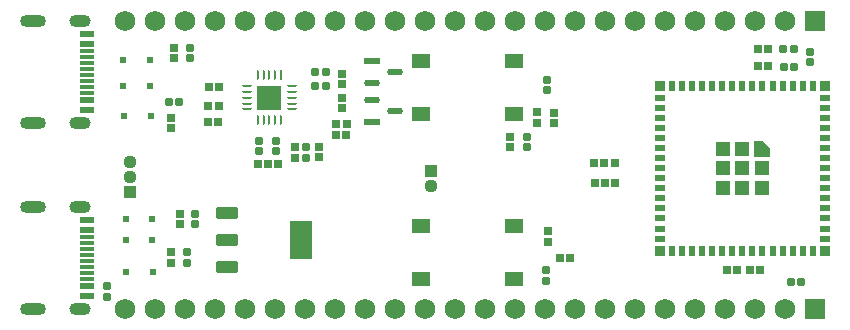
<source format=gts>
G04*
G04 #@! TF.GenerationSoftware,Altium Limited,Altium Designer,24.3.1 (35)*
G04*
G04 Layer_Color=8388736*
%FSLAX25Y25*%
%MOIN*%
G70*
G04*
G04 #@! TF.SameCoordinates,18358673-9EB0-4F65-8AD0-3A3BFD57A4A7*
G04*
G04*
G04 #@! TF.FilePolarity,Negative*
G04*
G01*
G75*
G04:AMPARAMS|DCode=20|XSize=9.55mil|YSize=33.06mil|CornerRadius=4.77mil|HoleSize=0mil|Usage=FLASHONLY|Rotation=270.000|XOffset=0mil|YOffset=0mil|HoleType=Round|Shape=RoundedRectangle|*
%AMROUNDEDRECTD20*
21,1,0.00955,0.02351,0,0,270.0*
21,1,0.00000,0.03306,0,0,270.0*
1,1,0.00955,-0.01176,0.00000*
1,1,0.00955,-0.01176,0.00000*
1,1,0.00955,0.01176,0.00000*
1,1,0.00955,0.01176,0.00000*
%
%ADD20ROUNDEDRECTD20*%
G04:AMPARAMS|DCode=21|XSize=33.06mil|YSize=9.55mil|CornerRadius=4.77mil|HoleSize=0mil|Usage=FLASHONLY|Rotation=270.000|XOffset=0mil|YOffset=0mil|HoleType=Round|Shape=RoundedRectangle|*
%AMROUNDEDRECTD21*
21,1,0.03306,0.00000,0,0,270.0*
21,1,0.02351,0.00955,0,0,270.0*
1,1,0.00955,0.00000,-0.01176*
1,1,0.00955,0.00000,0.01176*
1,1,0.00955,0.00000,0.01176*
1,1,0.00955,0.00000,-0.01176*
%
%ADD21ROUNDEDRECTD21*%
%ADD22R,0.00955X0.03306*%
%ADD28R,0.06102X0.05118*%
%ADD29R,0.05343X0.02253*%
G04:AMPARAMS|DCode=30|XSize=53.43mil|YSize=22.53mil|CornerRadius=11.26mil|HoleSize=0mil|Usage=FLASHONLY|Rotation=0.000|XOffset=0mil|YOffset=0mil|HoleType=Round|Shape=RoundedRectangle|*
%AMROUNDEDRECTD30*
21,1,0.05343,0.00000,0,0,0.0*
21,1,0.03091,0.02253,0,0,0.0*
1,1,0.02253,0.01545,0.00000*
1,1,0.02253,-0.01545,0.00000*
1,1,0.02253,-0.01545,0.00000*
1,1,0.02253,0.01545,0.00000*
%
%ADD30ROUNDEDRECTD30*%
%ADD31R,0.04528X0.02362*%
%ADD32R,0.04528X0.01181*%
G04:AMPARAMS|DCode=37|XSize=27.62mil|YSize=25.26mil|CornerRadius=7.63mil|HoleSize=0mil|Usage=FLASHONLY|Rotation=180.000|XOffset=0mil|YOffset=0mil|HoleType=Round|Shape=RoundedRectangle|*
%AMROUNDEDRECTD37*
21,1,0.02762,0.00999,0,0,180.0*
21,1,0.01235,0.02526,0,0,180.0*
1,1,0.01527,-0.00618,0.00500*
1,1,0.01527,0.00618,0.00500*
1,1,0.01527,0.00618,-0.00500*
1,1,0.01527,-0.00618,-0.00500*
%
%ADD37ROUNDEDRECTD37*%
G04:AMPARAMS|DCode=38|XSize=39.43mil|YSize=72.9mil|CornerRadius=3.95mil|HoleSize=0mil|Usage=FLASHONLY|Rotation=90.000|XOffset=0mil|YOffset=0mil|HoleType=Round|Shape=RoundedRectangle|*
%AMROUNDEDRECTD38*
21,1,0.03943,0.06500,0,0,90.0*
21,1,0.03154,0.07290,0,0,90.0*
1,1,0.00790,0.03250,0.01577*
1,1,0.00790,0.03250,-0.01577*
1,1,0.00790,-0.03250,-0.01577*
1,1,0.00790,-0.03250,0.01577*
%
%ADD38ROUNDEDRECTD38*%
G04:AMPARAMS|DCode=39|XSize=129.98mil|YSize=72.9mil|CornerRadius=4.07mil|HoleSize=0mil|Usage=FLASHONLY|Rotation=90.000|XOffset=0mil|YOffset=0mil|HoleType=Round|Shape=RoundedRectangle|*
%AMROUNDEDRECTD39*
21,1,0.12998,0.06476,0,0,90.0*
21,1,0.12185,0.07290,0,0,90.0*
1,1,0.00813,0.03238,0.06093*
1,1,0.00813,0.03238,-0.06093*
1,1,0.00813,-0.03238,-0.06093*
1,1,0.00813,-0.03238,0.06093*
%
%ADD39ROUNDEDRECTD39*%
%ADD40R,0.08071X0.08071*%
%ADD41R,0.02329X0.02172*%
%ADD42R,0.02526X0.02762*%
%ADD43R,0.03156X0.02762*%
%ADD44R,0.02762X0.02526*%
G04:AMPARAMS|DCode=45|XSize=27.62mil|YSize=25.26mil|CornerRadius=7.63mil|HoleSize=0mil|Usage=FLASHONLY|Rotation=270.000|XOffset=0mil|YOffset=0mil|HoleType=Round|Shape=RoundedRectangle|*
%AMROUNDEDRECTD45*
21,1,0.02762,0.00999,0,0,270.0*
21,1,0.01235,0.02526,0,0,270.0*
1,1,0.01527,-0.00500,-0.00618*
1,1,0.01527,-0.00500,0.00618*
1,1,0.01527,0.00500,0.00618*
1,1,0.01527,0.00500,-0.00618*
%
%ADD45ROUNDEDRECTD45*%
%ADD46R,0.05124X0.05124*%
%ADD47R,0.03550X0.01975*%
%ADD48R,0.01975X0.03550*%
%ADD49R,0.03550X0.03550*%
%ADD50R,0.04400X0.04400*%
%ADD51C,0.04400*%
G04:AMPARAMS|DCode=52|XSize=39.37mil|YSize=86.61mil|CornerRadius=19.68mil|HoleSize=0mil|Usage=FLASHONLY|Rotation=270.000|XOffset=0mil|YOffset=0mil|HoleType=Round|Shape=RoundedRectangle|*
%AMROUNDEDRECTD52*
21,1,0.03937,0.04724,0,0,270.0*
21,1,0.00000,0.08661,0,0,270.0*
1,1,0.03937,-0.02362,0.00000*
1,1,0.03937,-0.02362,0.00000*
1,1,0.03937,0.02362,0.00000*
1,1,0.03937,0.02362,0.00000*
%
%ADD52ROUNDEDRECTD52*%
G04:AMPARAMS|DCode=53|XSize=39.37mil|YSize=70.87mil|CornerRadius=19.68mil|HoleSize=0mil|Usage=FLASHONLY|Rotation=270.000|XOffset=0mil|YOffset=0mil|HoleType=Round|Shape=RoundedRectangle|*
%AMROUNDEDRECTD53*
21,1,0.03937,0.03150,0,0,270.0*
21,1,0.00000,0.07087,0,0,270.0*
1,1,0.03937,-0.01575,0.00000*
1,1,0.03937,-0.01575,0.00000*
1,1,0.03937,0.01575,0.00000*
1,1,0.03937,0.01575,0.00000*
%
%ADD53ROUNDEDRECTD53*%
%ADD54C,0.06800*%
%ADD55R,0.06800X0.06800*%
G36*
X245381Y56701D02*
Y62213D01*
X248334D01*
X250893Y59654D01*
Y56701D01*
X245381D01*
D02*
G37*
D20*
X91541Y80437D02*
D03*
Y78469D02*
D03*
Y76500D02*
D03*
Y74532D02*
D03*
Y72563D02*
D03*
X76459D02*
D03*
Y74532D02*
D03*
Y76500D02*
D03*
Y78469D02*
D03*
Y80437D02*
D03*
D21*
X87937Y68959D02*
D03*
X85969D02*
D03*
X84000D02*
D03*
X82032D02*
D03*
X80063D02*
D03*
Y84041D02*
D03*
X82032D02*
D03*
X84000D02*
D03*
X85969D02*
D03*
D22*
X87937D02*
D03*
D28*
X134350Y33858D02*
D03*
X165650D02*
D03*
X134350Y16142D02*
D03*
X165650D02*
D03*
Y71142D02*
D03*
X134350D02*
D03*
X165650Y88858D02*
D03*
X134350D02*
D03*
D29*
X118300Y68320D02*
D03*
X118200Y88800D02*
D03*
D30*
X118300Y75800D02*
D03*
X125785Y72060D02*
D03*
X118200Y81320D02*
D03*
X125685Y85060D02*
D03*
D31*
X23264Y10409D02*
D03*
Y35606D02*
D03*
Y32457D02*
D03*
Y13559D02*
D03*
Y75559D02*
D03*
Y94457D02*
D03*
Y97606D02*
D03*
Y72409D02*
D03*
D32*
Y16118D02*
D03*
Y18087D02*
D03*
Y20055D02*
D03*
Y22024D02*
D03*
Y23992D02*
D03*
Y25961D02*
D03*
Y27929D02*
D03*
Y29898D02*
D03*
Y91898D02*
D03*
Y89929D02*
D03*
Y87961D02*
D03*
Y85992D02*
D03*
Y84024D02*
D03*
Y82055D02*
D03*
Y80087D02*
D03*
Y78118D02*
D03*
D37*
X57600Y92993D02*
D03*
Y89607D02*
D03*
X29800Y13593D02*
D03*
Y10207D02*
D03*
X56500Y21500D02*
D03*
Y24886D02*
D03*
X96300Y56507D02*
D03*
Y59893D02*
D03*
X59300Y34307D02*
D03*
Y37693D02*
D03*
X86300Y58707D02*
D03*
Y62093D02*
D03*
X80626Y58678D02*
D03*
Y62064D02*
D03*
X264100Y88407D02*
D03*
Y91793D02*
D03*
X176400Y79007D02*
D03*
Y82393D02*
D03*
X169700Y63293D02*
D03*
Y59907D02*
D03*
X176200Y18893D02*
D03*
Y15507D02*
D03*
D38*
X69894Y38055D02*
D03*
Y29000D02*
D03*
Y19945D02*
D03*
D39*
X94500Y29000D02*
D03*
D40*
X84000Y76500D02*
D03*
D41*
X35212Y89200D02*
D03*
X44188D02*
D03*
X45288Y18400D02*
D03*
X36312D02*
D03*
X44388Y70500D02*
D03*
X35412D02*
D03*
X36012Y36100D02*
D03*
X44988D02*
D03*
X36012Y28900D02*
D03*
X44988D02*
D03*
X35112Y80400D02*
D03*
X44088D02*
D03*
D42*
X192498Y48100D02*
D03*
X195900D02*
D03*
X63599Y73800D02*
D03*
X67001D02*
D03*
X63699Y80100D02*
D03*
X67101D02*
D03*
X199299Y48100D02*
D03*
X195898D02*
D03*
X195600Y54600D02*
D03*
X199002D02*
D03*
X192200D02*
D03*
X195602D02*
D03*
X86902Y54500D02*
D03*
X83500D02*
D03*
X109700Y67600D02*
D03*
X106298D02*
D03*
X106251Y64050D02*
D03*
X109652D02*
D03*
X83500Y54500D02*
D03*
X80098D02*
D03*
X66901Y68500D02*
D03*
X63499D02*
D03*
X250223Y92575D02*
D03*
X246821D02*
D03*
X250223Y87075D02*
D03*
X246821D02*
D03*
X244013Y19173D02*
D03*
X247414D02*
D03*
X236399Y19200D02*
D03*
X239801D02*
D03*
X180719Y23177D02*
D03*
X184120D02*
D03*
D43*
X176900Y32070D02*
D03*
Y28330D02*
D03*
X173106Y67926D02*
D03*
Y71666D02*
D03*
D44*
X178988Y68139D02*
D03*
Y71540D02*
D03*
X51200Y21499D02*
D03*
Y24901D02*
D03*
X108084Y76489D02*
D03*
Y73088D02*
D03*
X100500Y56699D02*
D03*
Y60101D02*
D03*
X54172Y34275D02*
D03*
Y37676D02*
D03*
X92400Y56499D02*
D03*
Y59901D02*
D03*
X51014Y69776D02*
D03*
Y66374D02*
D03*
X52223Y93066D02*
D03*
Y89665D02*
D03*
X108200Y84301D02*
D03*
Y80899D02*
D03*
X164200Y63301D02*
D03*
Y59899D02*
D03*
D45*
X50407Y75200D02*
D03*
X53793D02*
D03*
X99299Y85014D02*
D03*
X102685D02*
D03*
X261200Y14900D02*
D03*
X257814D02*
D03*
X102693Y80500D02*
D03*
X99307D02*
D03*
X258715Y92575D02*
D03*
X255329D02*
D03*
X258893Y86600D02*
D03*
X255507D02*
D03*
D46*
X241641Y59457D02*
D03*
X235145D02*
D03*
Y52961D02*
D03*
Y46465D02*
D03*
X241641D02*
D03*
X248137D02*
D03*
Y52961D02*
D03*
X241641D02*
D03*
D47*
X269200Y76386D02*
D03*
Y73039D02*
D03*
Y69693D02*
D03*
Y66347D02*
D03*
Y63000D02*
D03*
Y59654D02*
D03*
Y56307D02*
D03*
Y52961D02*
D03*
Y49614D02*
D03*
Y46268D02*
D03*
Y42921D02*
D03*
Y39575D02*
D03*
Y36228D02*
D03*
Y32882D02*
D03*
Y29535D02*
D03*
X214082D02*
D03*
Y32882D02*
D03*
Y36228D02*
D03*
Y39575D02*
D03*
Y42921D02*
D03*
Y46268D02*
D03*
Y49614D02*
D03*
Y52961D02*
D03*
Y56307D02*
D03*
Y59654D02*
D03*
Y63000D02*
D03*
Y66347D02*
D03*
Y69693D02*
D03*
Y73039D02*
D03*
Y76386D02*
D03*
D48*
X265066Y25402D02*
D03*
X261720D02*
D03*
X258373D02*
D03*
X255027D02*
D03*
X251680D02*
D03*
X248334D02*
D03*
X244987D02*
D03*
X241641D02*
D03*
X238295D02*
D03*
X234948D02*
D03*
X231602D02*
D03*
X228255D02*
D03*
X224909D02*
D03*
X221562D02*
D03*
X218216D02*
D03*
Y80520D02*
D03*
X221562D02*
D03*
X224909D02*
D03*
X228255D02*
D03*
X231602D02*
D03*
X234948D02*
D03*
X238295D02*
D03*
X241641D02*
D03*
X244987D02*
D03*
X248334D02*
D03*
X251680D02*
D03*
X255027D02*
D03*
X258373D02*
D03*
X261720D02*
D03*
X265066D02*
D03*
D49*
X214082Y25402D02*
D03*
X269200D02*
D03*
X214082Y80520D02*
D03*
X269200D02*
D03*
D50*
X37500Y45000D02*
D03*
X138000Y51900D02*
D03*
D51*
X37500Y50000D02*
D03*
Y55000D02*
D03*
X138000Y46900D02*
D03*
D52*
X5252Y40016D02*
D03*
Y6000D02*
D03*
Y68000D02*
D03*
Y102016D02*
D03*
D53*
X21000Y40016D02*
D03*
Y6000D02*
D03*
Y68000D02*
D03*
Y102016D02*
D03*
D54*
X36000Y102000D02*
D03*
X46000D02*
D03*
X56000D02*
D03*
X66000D02*
D03*
X76000D02*
D03*
X86000D02*
D03*
X96000D02*
D03*
X106000D02*
D03*
X116000D02*
D03*
X126000D02*
D03*
X136000D02*
D03*
X146000D02*
D03*
X156000D02*
D03*
X166000D02*
D03*
X176000D02*
D03*
X186000D02*
D03*
X196000D02*
D03*
X206000D02*
D03*
X216000D02*
D03*
X226000D02*
D03*
X236000D02*
D03*
X246000D02*
D03*
X256000D02*
D03*
X36000Y6000D02*
D03*
X46000D02*
D03*
X56000D02*
D03*
X66000D02*
D03*
X76000D02*
D03*
X86000D02*
D03*
X96000D02*
D03*
X106000D02*
D03*
X116000D02*
D03*
X126000D02*
D03*
X136000D02*
D03*
X146000D02*
D03*
X156000D02*
D03*
X166000D02*
D03*
X176000D02*
D03*
X186000D02*
D03*
X196000D02*
D03*
X206000D02*
D03*
X216000D02*
D03*
X226000D02*
D03*
X236000D02*
D03*
X246000D02*
D03*
X256000D02*
D03*
D55*
X266000Y102000D02*
D03*
Y6000D02*
D03*
M02*

</source>
